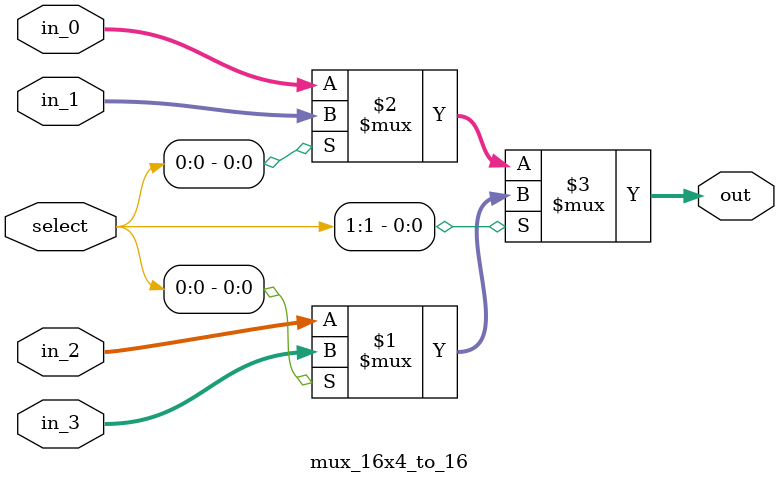
<source format=v>
`timescale 1ns / 1ps

module mux_16x4_to_16(
    input [1:0] select,
    input [15:0] in_0, in_1, in_2, in_3,
    output [15:0] out
    );
    assign out = select[1] ? (select[0] ? in_3 : in_2) : (select[0] ? in_1 : in_0);
endmodule

</source>
